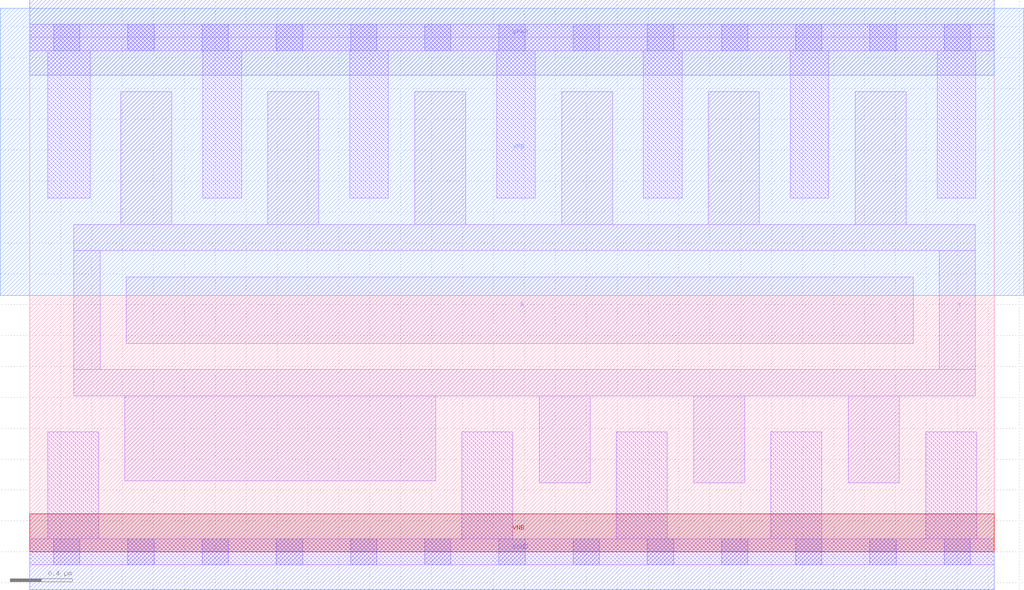
<source format=lef>
# Copyright 2020 The SkyWater PDK Authors
#
# Licensed under the Apache License, Version 2.0 (the "License");
# you may not use this file except in compliance with the License.
# You may obtain a copy of the License at
#
#     https://www.apache.org/licenses/LICENSE-2.0
#
# Unless required by applicable law or agreed to in writing, software
# distributed under the License is distributed on an "AS IS" BASIS,
# WITHOUT WARRANTIES OR CONDITIONS OF ANY KIND, either express or implied.
# See the License for the specific language governing permissions and
# limitations under the License.
#
# SPDX-License-Identifier: Apache-2.0

VERSION 5.7 ;
  NOWIREEXTENSIONATPIN ON ;
  DIVIDERCHAR "/" ;
  BUSBITCHARS "[]" ;
MACRO sky130_fd_sc_ls__clkinv_8
  CLASS CORE ;
  FOREIGN sky130_fd_sc_ls__clkinv_8 ;
  ORIGIN  0.000000  0.000000 ;
  SIZE  6.240000 BY  3.330000 ;
  SYMMETRY X Y ;
  SITE unit ;
  PIN A
    ANTENNAGATEAREA  2.520000 ;
    DIRECTION INPUT ;
    USE SIGNAL ;
    PORT
      LAYER li1 ;
        RECT 0.625000 1.350000 5.715000 1.780000 ;
    END
  END A
  PIN VNB
    PORT
      LAYER pwell ;
        RECT 0.000000 0.000000 6.240000 0.245000 ;
    END
  END VNB
  PIN VPB
    PORT
      LAYER nwell ;
        RECT -0.190000 1.660000 6.430000 3.520000 ;
    END
  END VPB
  PIN Y
    ANTENNADIFFAREA  3.242400 ;
    DIRECTION OUTPUT ;
    USE SIGNAL ;
    PORT
      LAYER li1 ;
        RECT 0.285000 1.010000 6.115000 1.180000 ;
        RECT 0.285000 1.180000 0.455000 1.950000 ;
        RECT 0.285000 1.950000 6.115000 2.120000 ;
        RECT 0.590000 2.120000 0.920000 2.980000 ;
        RECT 0.615000 0.460000 2.625000 1.010000 ;
        RECT 1.540000 2.120000 1.870000 2.980000 ;
        RECT 2.490000 2.120000 2.820000 2.980000 ;
        RECT 3.295000 0.445000 3.625000 1.010000 ;
        RECT 3.440000 2.120000 3.770000 2.980000 ;
        RECT 4.295000 0.445000 4.625000 1.010000 ;
        RECT 4.390000 2.120000 4.720000 2.980000 ;
        RECT 5.295000 0.445000 5.625000 1.010000 ;
        RECT 5.340000 2.120000 5.670000 2.980000 ;
        RECT 5.885000 1.180000 6.115000 1.950000 ;
    END
  END Y
  PIN VGND
    DIRECTION INOUT ;
    SHAPE ABUTMENT ;
    USE GROUND ;
    PORT
      LAYER met1 ;
        RECT 0.000000 -0.245000 6.240000 0.245000 ;
    END
  END VGND
  PIN VPWR
    DIRECTION INOUT ;
    SHAPE ABUTMENT ;
    USE POWER ;
    PORT
      LAYER met1 ;
        RECT 0.000000 3.085000 6.240000 3.575000 ;
    END
  END VPWR
  OBS
    LAYER li1 ;
      RECT 0.000000 -0.085000 6.240000 0.085000 ;
      RECT 0.000000  3.245000 6.240000 3.415000 ;
      RECT 0.115000  0.085000 0.445000 0.775000 ;
      RECT 0.115000  2.290000 0.390000 3.245000 ;
      RECT 1.120000  2.290000 1.370000 3.245000 ;
      RECT 2.070000  2.290000 2.320000 3.245000 ;
      RECT 2.795000  0.085000 3.125000 0.775000 ;
      RECT 3.020000  2.290000 3.270000 3.245000 ;
      RECT 3.795000  0.085000 4.125000 0.775000 ;
      RECT 3.970000  2.290000 4.220000 3.245000 ;
      RECT 4.795000  0.085000 5.125000 0.775000 ;
      RECT 4.920000  2.290000 5.170000 3.245000 ;
      RECT 5.795000  0.085000 6.125000 0.775000 ;
      RECT 5.870000  2.290000 6.120000 3.245000 ;
    LAYER mcon ;
      RECT 0.155000 -0.085000 0.325000 0.085000 ;
      RECT 0.155000  3.245000 0.325000 3.415000 ;
      RECT 0.635000 -0.085000 0.805000 0.085000 ;
      RECT 0.635000  3.245000 0.805000 3.415000 ;
      RECT 1.115000 -0.085000 1.285000 0.085000 ;
      RECT 1.115000  3.245000 1.285000 3.415000 ;
      RECT 1.595000 -0.085000 1.765000 0.085000 ;
      RECT 1.595000  3.245000 1.765000 3.415000 ;
      RECT 2.075000 -0.085000 2.245000 0.085000 ;
      RECT 2.075000  3.245000 2.245000 3.415000 ;
      RECT 2.555000 -0.085000 2.725000 0.085000 ;
      RECT 2.555000  3.245000 2.725000 3.415000 ;
      RECT 3.035000 -0.085000 3.205000 0.085000 ;
      RECT 3.035000  3.245000 3.205000 3.415000 ;
      RECT 3.515000 -0.085000 3.685000 0.085000 ;
      RECT 3.515000  3.245000 3.685000 3.415000 ;
      RECT 3.995000 -0.085000 4.165000 0.085000 ;
      RECT 3.995000  3.245000 4.165000 3.415000 ;
      RECT 4.475000 -0.085000 4.645000 0.085000 ;
      RECT 4.475000  3.245000 4.645000 3.415000 ;
      RECT 4.955000 -0.085000 5.125000 0.085000 ;
      RECT 4.955000  3.245000 5.125000 3.415000 ;
      RECT 5.435000 -0.085000 5.605000 0.085000 ;
      RECT 5.435000  3.245000 5.605000 3.415000 ;
      RECT 5.915000 -0.085000 6.085000 0.085000 ;
      RECT 5.915000  3.245000 6.085000 3.415000 ;
  END
END sky130_fd_sc_ls__clkinv_8
END LIBRARY

</source>
